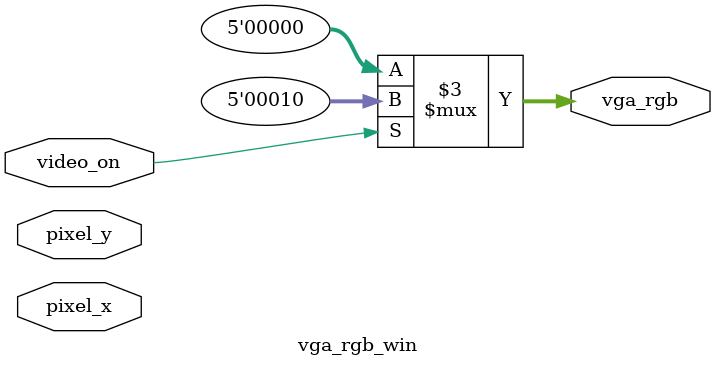
<source format=v>
module vga_rgb_win(
    input video_on,
    input [10:0] pixel_x, pixel_y,
    output reg [4:0] vga_rgb
    );

    always @(*)
        begin
        if (video_on)
            vga_rgb = 5'b00010;
        else
            vga_rgb = 5'b00000;
        end
endmodule

 

</source>
